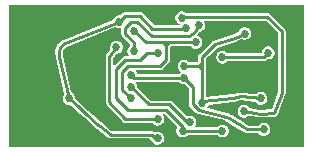
<source format=gbr>
%TF.GenerationSoftware,KiCad,Pcbnew,9.0.5*%
%TF.CreationDate,2025-10-20T11:02:32-07:00*%
%TF.ProjectId,infnoise_goldfingers,696e666e-6f69-4736-955f-676f6c646669,rev?*%
%TF.SameCoordinates,Original*%
%TF.FileFunction,Copper,L2,Bot*%
%TF.FilePolarity,Positive*%
%FSLAX46Y46*%
G04 Gerber Fmt 4.6, Leading zero omitted, Abs format (unit mm)*
G04 Created by KiCad (PCBNEW 9.0.5) date 2025-10-20 11:02:32*
%MOMM*%
%LPD*%
G01*
G04 APERTURE LIST*
%TA.AperFunction,ViaPad*%
%ADD10C,0.685800*%
%TD*%
%TA.AperFunction,Conductor*%
%ADD11C,0.254000*%
%TD*%
G04 APERTURE END LIST*
D10*
%TO.N,/B*%
X31723800Y-4144800D03*
X27848800Y-4519800D03*
%TO.N,GND*%
X28598800Y-6054600D03*
X12223800Y-8269800D03*
X10568000Y-3769800D03*
X26249200Y-11467000D03*
X33832800Y-1752600D03*
X18846800Y-10287000D03*
X30723800Y-2019800D03*
X14905600Y-4159400D03*
X27098800Y-6019800D03*
X24473800Y-7894800D03*
X10550600Y-8269800D03*
%TO.N,+3.3V*%
X24753200Y-2045200D03*
X22348800Y-11394800D03*
X14848800Y-8019800D03*
X19098800Y-1519800D03*
%TO.N,/A*%
X29723800Y-2519800D03*
X31098800Y-8019800D03*
X26149300Y-8407400D03*
X24598800Y-5269800D03*
%TO.N,/VREF*%
X20348800Y-2269800D03*
X25598800Y-3269800D03*
X20098800Y-8019800D03*
%TO.N,/COMP1*%
X18874200Y-3693600D03*
X22348800Y-9769800D03*
%TO.N,/COMP2*%
X24598800Y-6269800D03*
X20098800Y-6019800D03*
X31348800Y-10644800D03*
%TO.N,/SW1EN*%
X25852800Y-1820600D03*
X20348800Y-4019800D03*
%TO.N,/SW2EN*%
X20098800Y-7019800D03*
X25098800Y-10019800D03*
%TO.N,Net-(AMP1-Pad1)*%
X29667200Y-9093200D03*
X24409400Y-1193800D03*
%TO.N,Net-(AMP1A--)*%
X27848800Y-10769800D03*
X22348800Y-4144800D03*
X24473800Y-10769800D03*
%TD*%
D11*
%TO.N,/B*%
X27848800Y-4519800D02*
X31348800Y-4519800D01*
X31348800Y-4519800D02*
X31723800Y-4144800D01*
%TO.N,+3.3V*%
X14122400Y-3657600D02*
X13970000Y-4064000D01*
X18313400Y-11049000D02*
X18415000Y-11074400D01*
X16281400Y-9321800D02*
X15585400Y-8695000D01*
X24753200Y-2045200D02*
X24604800Y-2142800D01*
X22123400Y-11379200D02*
X21894800Y-11150600D01*
X21921000Y-2117400D02*
X20848800Y-1019800D01*
X21793200Y-11074400D02*
X21894800Y-11150600D01*
X14478000Y-3352800D02*
X14122400Y-3657600D01*
X17449800Y-10337800D02*
X17348200Y-10261600D01*
X21793200Y-11074400D02*
X18415000Y-11074400D01*
X15585400Y-8695000D02*
X14848800Y-8019800D01*
X24604800Y-2142800D02*
X21921000Y-2117400D01*
X22326600Y-11379200D02*
X22348800Y-11394800D01*
X22326600Y-11379200D02*
X22123400Y-11379200D01*
X13970000Y-4064000D02*
X14046200Y-4470400D01*
X19598800Y-1019800D02*
X19098800Y-1519800D01*
X20848800Y-1019800D02*
X19598800Y-1019800D01*
X17348200Y-10261600D02*
X16281400Y-9321800D01*
X17449800Y-10337800D02*
X18313400Y-11049000D01*
X14046200Y-4470400D02*
X14848800Y-8019800D01*
X19098800Y-1519800D02*
X14478000Y-3352800D01*
%TO.N,/A*%
X28700400Y-7990400D02*
X26098800Y-8269800D01*
X26098800Y-5519800D02*
X26098800Y-8269800D01*
X26098800Y-5269800D02*
X26098800Y-5519800D01*
X27200400Y-3443600D02*
X26098800Y-4519800D01*
X26098800Y-5019800D02*
X26098800Y-5269800D01*
X25848800Y-5269800D02*
X26098800Y-5519800D01*
X25848800Y-5269800D02*
X26098800Y-5019800D01*
X26098800Y-4519800D02*
X26098800Y-5019800D01*
X24598800Y-5269800D02*
X25848800Y-5269800D01*
X31098800Y-8019800D02*
X29382200Y-7842000D01*
X28927000Y-2884800D02*
X27200400Y-3443600D01*
X29382200Y-7842000D02*
X28700400Y-7990400D01*
X29723800Y-2519800D02*
X28927000Y-2884800D01*
X25848800Y-5269800D02*
X26098800Y-5269800D01*
%TO.N,/VREF*%
X23098800Y-4769800D02*
X23098800Y-3519800D01*
X25598800Y-3269800D02*
X23348800Y-3269800D01*
X23098800Y-3519800D02*
X23098800Y-3269800D01*
X19348800Y-5769800D02*
X19848800Y-5269800D01*
X21348800Y-3269800D02*
X20348800Y-2269800D01*
X22598800Y-5269800D02*
X23098800Y-4769800D01*
X23348800Y-3269800D02*
X23098800Y-3269800D01*
X19848800Y-5269800D02*
X22598800Y-5269800D01*
X23098800Y-3269800D02*
X22848800Y-3269800D01*
X23098800Y-3519800D02*
X22848800Y-3269800D01*
X22848800Y-3269800D02*
X21348800Y-3269800D01*
X20098800Y-8019800D02*
X19348800Y-7269800D01*
X19348800Y-7269800D02*
X19348800Y-5769800D01*
X23098800Y-3519800D02*
X23348800Y-3269800D01*
%TO.N,/COMP1*%
X22348800Y-9769800D02*
X19598800Y-9769800D01*
X18276600Y-8295200D02*
X18276600Y-4545200D01*
X19598800Y-9769800D02*
X18276600Y-8295200D01*
X18276600Y-4545200D02*
X18874200Y-3693600D01*
%TO.N,/COMP2*%
X25348800Y-7019800D02*
X25348800Y-8519800D01*
X24598800Y-6269800D02*
X25348800Y-7019800D01*
X20348800Y-6269800D02*
X24598800Y-6269800D01*
X31343600Y-10642600D02*
X31348800Y-10644800D01*
X20098800Y-6019800D02*
X20348800Y-6269800D01*
X25348800Y-8519800D02*
X25848800Y-9019800D01*
X29921200Y-10642600D02*
X31343600Y-10642600D01*
X28422600Y-9702800D02*
X28167000Y-9553200D01*
X25848800Y-9019800D02*
X28167000Y-9553200D01*
X28422600Y-9702800D02*
X29921200Y-10642600D01*
%TO.N,/SW1EN*%
X24971800Y-2769800D02*
X25497200Y-2422200D01*
X25497200Y-2422200D02*
X25852800Y-1820600D01*
X20598800Y-1519800D02*
X20098800Y-1519800D01*
X20098800Y-1519800D02*
X19598800Y-2019800D01*
X21848800Y-2769800D02*
X20598800Y-1519800D01*
X24971800Y-2769800D02*
X21848800Y-2769800D01*
X20348800Y-3269800D02*
X20348800Y-4019800D01*
X19598800Y-2519800D02*
X20348800Y-3269800D01*
X19598800Y-2019800D02*
X19598800Y-2519800D01*
%TO.N,/SW2EN*%
X23348800Y-8519800D02*
X21598800Y-8519800D01*
X25098800Y-10019800D02*
X24848800Y-10019800D01*
X21598800Y-8519800D02*
X20098800Y-7019800D01*
X24848800Y-10019800D02*
X23348800Y-8519800D01*
%TO.N,Net-(AMP1-Pad1)*%
X32867600Y-7543800D02*
X32232600Y-9245600D01*
X24409400Y-1092200D02*
X24409400Y-1193800D01*
X30988000Y-9296400D02*
X29667200Y-9093200D01*
X31648400Y-1092200D02*
X32867600Y-2311400D01*
X32232600Y-9245600D02*
X30988000Y-9296400D01*
X31648400Y-1092200D02*
X24409400Y-1092200D01*
X32867600Y-2311400D02*
X32867600Y-7543800D01*
%TO.N,Net-(AMP1A--)*%
X18848800Y-8019800D02*
X19848800Y-9019800D01*
X20848800Y-4769800D02*
X19598800Y-4769800D01*
X21473800Y-4144800D02*
X22348800Y-4144800D01*
X19848800Y-9019800D02*
X23098800Y-9019800D01*
X21473800Y-4144800D02*
X20848800Y-4769800D01*
X18848800Y-5519800D02*
X18848800Y-8019800D01*
X19598800Y-4769800D02*
X18848800Y-5519800D01*
X23098800Y-9019800D02*
X24473800Y-10394800D01*
X24473800Y-10394800D02*
X24473800Y-10769800D01*
X27848800Y-10769800D02*
X24473800Y-10769800D01*
%TD*%
%TA.AperFunction,Conductor*%
%TO.N,GND*%
G36*
X34754994Y-93806D02*
G01*
X34773300Y-138000D01*
X34773300Y-12054000D01*
X34754994Y-12098194D01*
X34710800Y-12116500D01*
X9833500Y-12116500D01*
X9789306Y-12098194D01*
X9771000Y-12054000D01*
X9771000Y-4075213D01*
X13639864Y-4075213D01*
X13639977Y-4078558D01*
X13640163Y-4081977D01*
X13647375Y-4120441D01*
X13647496Y-4121088D01*
X13654013Y-4160269D01*
X13655425Y-4163377D01*
X13656807Y-4170747D01*
X13716197Y-4487495D01*
X13716856Y-4496498D01*
X13716880Y-4496496D01*
X13717254Y-4500576D01*
X13721164Y-4517866D01*
X13725427Y-4536720D01*
X13732255Y-4573132D01*
X13734915Y-4578680D01*
X13736471Y-4585558D01*
X14425745Y-7633794D01*
X14417637Y-7680938D01*
X14414382Y-7685610D01*
X14413973Y-7686143D01*
X14342434Y-7810049D01*
X14342430Y-7810058D01*
X14305401Y-7948253D01*
X14305400Y-7948261D01*
X14305400Y-8091338D01*
X14305401Y-8091346D01*
X14342430Y-8229541D01*
X14342434Y-8229550D01*
X14413969Y-8353451D01*
X14413976Y-8353460D01*
X14515139Y-8454623D01*
X14515148Y-8454630D01*
X14639049Y-8526165D01*
X14639052Y-8526166D01*
X14639055Y-8526168D01*
X14639056Y-8526168D01*
X14639058Y-8526169D01*
X14723634Y-8548831D01*
X14777260Y-8563200D01*
X14777261Y-8563200D01*
X14920334Y-8563200D01*
X14920340Y-8563200D01*
X14920345Y-8563198D01*
X14923438Y-8562791D01*
X14969645Y-8575168D01*
X14973834Y-8578683D01*
X15047501Y-8646209D01*
X15333399Y-8908276D01*
X15334198Y-8909506D01*
X15365178Y-8937406D01*
X15365331Y-8937546D01*
X15396416Y-8966040D01*
X15401187Y-8969834D01*
X15771069Y-9302941D01*
X16027288Y-9533686D01*
X16031550Y-9537524D01*
X16032560Y-9539042D01*
X16063587Y-9566376D01*
X16094276Y-9594013D01*
X16094279Y-9594014D01*
X16094297Y-9594027D01*
X16100207Y-9598636D01*
X17049660Y-10435058D01*
X17109149Y-10487465D01*
X17117207Y-10497730D01*
X17141389Y-10515866D01*
X17143228Y-10517486D01*
X17143229Y-10517487D01*
X17164065Y-10535843D01*
X17170610Y-10539089D01*
X17180341Y-10545081D01*
X17246201Y-10594476D01*
X17248428Y-10596226D01*
X18095136Y-11293514D01*
X18116747Y-11314410D01*
X18128290Y-11320818D01*
X18132690Y-11324442D01*
X18132694Y-11324445D01*
X18138488Y-11329216D01*
X18163582Y-11340637D01*
X18168014Y-11342871D01*
X18192141Y-11356265D01*
X18192143Y-11356266D01*
X18198121Y-11357759D01*
X18204958Y-11359469D01*
X18216974Y-11364938D01*
X18246618Y-11369884D01*
X18332509Y-11391356D01*
X18333307Y-11391563D01*
X18371884Y-11401900D01*
X18371886Y-11401900D01*
X18374239Y-11402210D01*
X18374941Y-11402302D01*
X18375025Y-11402307D01*
X18377398Y-11402579D01*
X18417210Y-11401908D01*
X18418262Y-11401900D01*
X21657057Y-11401900D01*
X21701251Y-11420206D01*
X21814793Y-11533748D01*
X21830969Y-11561766D01*
X21842431Y-11604544D01*
X21842434Y-11604550D01*
X21913969Y-11728451D01*
X21913976Y-11728460D01*
X22015139Y-11829623D01*
X22015148Y-11829630D01*
X22139049Y-11901165D01*
X22139052Y-11901166D01*
X22139055Y-11901168D01*
X22139056Y-11901168D01*
X22139058Y-11901169D01*
X22223634Y-11923831D01*
X22277260Y-11938200D01*
X22277261Y-11938200D01*
X22420339Y-11938200D01*
X22420340Y-11938200D01*
X22558545Y-11901168D01*
X22682455Y-11829628D01*
X22783628Y-11728455D01*
X22855168Y-11604545D01*
X22892200Y-11466340D01*
X22892200Y-11323260D01*
X22855168Y-11185055D01*
X22835603Y-11151168D01*
X22783630Y-11061148D01*
X22783623Y-11061139D01*
X22682460Y-10959976D01*
X22682451Y-10959969D01*
X22558550Y-10888434D01*
X22558541Y-10888430D01*
X22420346Y-10851401D01*
X22420341Y-10851400D01*
X22420340Y-10851400D01*
X22277260Y-10851400D01*
X22277259Y-10851400D01*
X22277253Y-10851401D01*
X22135098Y-10889492D01*
X22135054Y-10889330D01*
X22134547Y-10889720D01*
X22114561Y-10887087D01*
X22094405Y-10887069D01*
X22087121Y-10883472D01*
X22078819Y-10878678D01*
X22072573Y-10874554D01*
X22011871Y-10829028D01*
X22005182Y-10823227D01*
X21994290Y-10812335D01*
X21994289Y-10812334D01*
X21994288Y-10812333D01*
X21977224Y-10802481D01*
X21970978Y-10798357D01*
X21955209Y-10786531D01*
X21955204Y-10786528D01*
X21940906Y-10780789D01*
X21940906Y-10780788D01*
X21936780Y-10779132D01*
X21919610Y-10769219D01*
X21896965Y-10763151D01*
X21893479Y-10761752D01*
X21893474Y-10761751D01*
X21875182Y-10754409D01*
X21859890Y-10752566D01*
X21851194Y-10750886D01*
X21836318Y-10746900D01*
X21836316Y-10746900D01*
X21812857Y-10746900D01*
X21789567Y-10744094D01*
X21769925Y-10746900D01*
X18484163Y-10746900D01*
X18444431Y-10732646D01*
X17978028Y-10348550D01*
X17690687Y-10111916D01*
X17681256Y-10102260D01*
X17680793Y-10101670D01*
X17680790Y-10101668D01*
X17680789Y-10101666D01*
X17653390Y-10081117D01*
X17651193Y-10079391D01*
X17624712Y-10057584D01*
X17624710Y-10057583D01*
X17624709Y-10057582D01*
X17624014Y-10057266D01*
X17612413Y-10050384D01*
X17556978Y-10008808D01*
X17553164Y-10005705D01*
X16906636Y-9436145D01*
X16499461Y-9077442D01*
X16499059Y-9077085D01*
X15805777Y-8452733D01*
X15805424Y-8452412D01*
X15412468Y-8092211D01*
X15392259Y-8048854D01*
X15392200Y-8046138D01*
X15392200Y-7948261D01*
X15392198Y-7948253D01*
X15355169Y-7810058D01*
X15355165Y-7810049D01*
X15283630Y-7686148D01*
X15283623Y-7686139D01*
X15182460Y-7584976D01*
X15182451Y-7584969D01*
X15095477Y-7534754D01*
X15066357Y-7496804D01*
X15065766Y-7494413D01*
X15061016Y-7473408D01*
X14367224Y-4405199D01*
X14366757Y-4402938D01*
X14357684Y-4354550D01*
X14311941Y-4110582D01*
X14314850Y-4077120D01*
X14316297Y-4073261D01*
X14393835Y-3866491D01*
X14411677Y-3840989D01*
X14641679Y-3643844D01*
X14659303Y-3633205D01*
X18788218Y-1995328D01*
X18836048Y-1996048D01*
X18842515Y-1999298D01*
X18889052Y-2026167D01*
X18889055Y-2026168D01*
X19027260Y-2063200D01*
X19027261Y-2063200D01*
X19170340Y-2063200D01*
X19192622Y-2057229D01*
X19240048Y-2063471D01*
X19269170Y-2101421D01*
X19271300Y-2117599D01*
X19271300Y-2562921D01*
X19293618Y-2646207D01*
X19293618Y-2646209D01*
X19306427Y-2668395D01*
X19336735Y-2720890D01*
X19336739Y-2720894D01*
X20002994Y-3387149D01*
X20021300Y-3431343D01*
X20021300Y-3552928D01*
X20002994Y-3597122D01*
X19913976Y-3686139D01*
X19913969Y-3686148D01*
X19842434Y-3810049D01*
X19842430Y-3810058D01*
X19805401Y-3948253D01*
X19805400Y-3948261D01*
X19805400Y-4091338D01*
X19805401Y-4091346D01*
X19842430Y-4229541D01*
X19842434Y-4229550D01*
X19911140Y-4348550D01*
X19917384Y-4395976D01*
X19888264Y-4433926D01*
X19857014Y-4442300D01*
X19555678Y-4442300D01*
X19472392Y-4464618D01*
X19472390Y-4464618D01*
X19427072Y-4490783D01*
X19397710Y-4507735D01*
X19397709Y-4507736D01*
X19397705Y-4507739D01*
X18710794Y-5194651D01*
X18666600Y-5212957D01*
X18622406Y-5194651D01*
X18604100Y-5150457D01*
X18604100Y-4668386D01*
X18615440Y-4632485D01*
X18644313Y-4591340D01*
X18874301Y-4263598D01*
X18914671Y-4237938D01*
X18925461Y-4237000D01*
X18945739Y-4237000D01*
X18945740Y-4237000D01*
X19083945Y-4199968D01*
X19207855Y-4128428D01*
X19309028Y-4027255D01*
X19380568Y-3903345D01*
X19417600Y-3765140D01*
X19417600Y-3622060D01*
X19393431Y-3531860D01*
X19380569Y-3483858D01*
X19380565Y-3483849D01*
X19309030Y-3359948D01*
X19309023Y-3359939D01*
X19207860Y-3258776D01*
X19207851Y-3258769D01*
X19083950Y-3187234D01*
X19083941Y-3187230D01*
X18945746Y-3150201D01*
X18945741Y-3150200D01*
X18945740Y-3150200D01*
X18802660Y-3150200D01*
X18802659Y-3150200D01*
X18802653Y-3150201D01*
X18664458Y-3187230D01*
X18664449Y-3187234D01*
X18540548Y-3258769D01*
X18540539Y-3258776D01*
X18439376Y-3359939D01*
X18439369Y-3359948D01*
X18367834Y-3483849D01*
X18367830Y-3483858D01*
X18330801Y-3622053D01*
X18330800Y-3622061D01*
X18330800Y-3765138D01*
X18330801Y-3765146D01*
X18348973Y-3832967D01*
X18342729Y-3880393D01*
X18339763Y-3885044D01*
X18028003Y-4329313D01*
X18024878Y-4333765D01*
X18014535Y-4344110D01*
X18000213Y-4368913D01*
X17998619Y-4371186D01*
X17983757Y-4392365D01*
X17983754Y-4392371D01*
X17980596Y-4401019D01*
X17976019Y-4410820D01*
X17971418Y-4418790D01*
X17964716Y-4443795D01*
X17964717Y-4443796D01*
X17964001Y-4446467D01*
X17954178Y-4473373D01*
X17952887Y-4487948D01*
X17951481Y-4493197D01*
X17951480Y-4493198D01*
X17949100Y-4502083D01*
X17949100Y-4527969D01*
X17948857Y-4533480D01*
X17946574Y-4559271D01*
X17948161Y-4568323D01*
X17949100Y-4579116D01*
X17949100Y-8286281D01*
X17947239Y-8320433D01*
X17949100Y-8329278D01*
X17949100Y-8338314D01*
X17949101Y-8338322D01*
X17957508Y-8369698D01*
X17958299Y-8373005D01*
X17964993Y-8404818D01*
X17969079Y-8412880D01*
X17971419Y-8421610D01*
X17988506Y-8451207D01*
X17989280Y-8452733D01*
X17989281Y-8452734D01*
X18003981Y-8481732D01*
X18003983Y-8481734D01*
X18005671Y-8483617D01*
X18010016Y-8488462D01*
X18014535Y-8496290D01*
X18038719Y-8520474D01*
X18039856Y-8521742D01*
X18049500Y-8532498D01*
X19318937Y-9948253D01*
X19327871Y-9958216D01*
X19335464Y-9968688D01*
X19336735Y-9970890D01*
X19360922Y-9995077D01*
X19383749Y-10020535D01*
X19391317Y-10025472D01*
X19395914Y-10030069D01*
X19395914Y-10030070D01*
X19397704Y-10031860D01*
X19397713Y-10031867D01*
X19425858Y-10048117D01*
X19425859Y-10048117D01*
X19427330Y-10048966D01*
X19455972Y-10067651D01*
X19464562Y-10070461D01*
X19470194Y-10073713D01*
X19470195Y-10073714D01*
X19470198Y-10073715D01*
X19472390Y-10074981D01*
X19503809Y-10083399D01*
X19507000Y-10084348D01*
X19537929Y-10094469D01*
X19540458Y-10094606D01*
X19540461Y-10094607D01*
X19546957Y-10094961D01*
X19555684Y-10097300D01*
X19589881Y-10097300D01*
X19591588Y-10097393D01*
X19624032Y-10099161D01*
X19624032Y-10099160D01*
X19624033Y-10099161D01*
X19625981Y-10098750D01*
X19626515Y-10098639D01*
X19639381Y-10097300D01*
X21881929Y-10097300D01*
X21926123Y-10115606D01*
X22015139Y-10204623D01*
X22015148Y-10204630D01*
X22139049Y-10276165D01*
X22139052Y-10276166D01*
X22139055Y-10276168D01*
X22139056Y-10276168D01*
X22139058Y-10276169D01*
X22216032Y-10296794D01*
X22277260Y-10313200D01*
X22277261Y-10313200D01*
X22420339Y-10313200D01*
X22420340Y-10313200D01*
X22558545Y-10276168D01*
X22682455Y-10204628D01*
X22783628Y-10103455D01*
X22855168Y-9979545D01*
X22892200Y-9841340D01*
X22892200Y-9698260D01*
X22870799Y-9618390D01*
X22855169Y-9560058D01*
X22855165Y-9560049D01*
X22786460Y-9441050D01*
X22784330Y-9424875D01*
X22778086Y-9409800D01*
X22781318Y-9401996D01*
X22780216Y-9393624D01*
X22790147Y-9380680D01*
X22796392Y-9365606D01*
X22804195Y-9362373D01*
X22809336Y-9355674D01*
X22840586Y-9347300D01*
X22937257Y-9347300D01*
X22981451Y-9365606D01*
X24009825Y-10393980D01*
X24028131Y-10438174D01*
X24019758Y-10469424D01*
X23967431Y-10560055D01*
X23967430Y-10560058D01*
X23930401Y-10698253D01*
X23930400Y-10698261D01*
X23930400Y-10841338D01*
X23930401Y-10841346D01*
X23967430Y-10979541D01*
X23967434Y-10979550D01*
X24038969Y-11103451D01*
X24038976Y-11103460D01*
X24140139Y-11204623D01*
X24140148Y-11204630D01*
X24264049Y-11276165D01*
X24264052Y-11276166D01*
X24264055Y-11276168D01*
X24264056Y-11276168D01*
X24264058Y-11276169D01*
X24322894Y-11291934D01*
X24402260Y-11313200D01*
X24402261Y-11313200D01*
X24545339Y-11313200D01*
X24545340Y-11313200D01*
X24683545Y-11276168D01*
X24807455Y-11204628D01*
X24896477Y-11115606D01*
X24940671Y-11097300D01*
X27381929Y-11097300D01*
X27426123Y-11115606D01*
X27515139Y-11204623D01*
X27515148Y-11204630D01*
X27639049Y-11276165D01*
X27639052Y-11276166D01*
X27639055Y-11276168D01*
X27639056Y-11276168D01*
X27639058Y-11276169D01*
X27697894Y-11291934D01*
X27777260Y-11313200D01*
X27777261Y-11313200D01*
X27920339Y-11313200D01*
X27920340Y-11313200D01*
X28058545Y-11276168D01*
X28182455Y-11204628D01*
X28283628Y-11103455D01*
X28355168Y-10979545D01*
X28392200Y-10841340D01*
X28392200Y-10698260D01*
X28358706Y-10573260D01*
X28355169Y-10560058D01*
X28355165Y-10560049D01*
X28283630Y-10436148D01*
X28283623Y-10436139D01*
X28182460Y-10334976D01*
X28182451Y-10334969D01*
X28058550Y-10263434D01*
X28058541Y-10263430D01*
X27920346Y-10226401D01*
X27920341Y-10226400D01*
X27920340Y-10226400D01*
X27777260Y-10226400D01*
X27777259Y-10226400D01*
X27777253Y-10226401D01*
X27639058Y-10263430D01*
X27639049Y-10263434D01*
X27515148Y-10334969D01*
X27515139Y-10334976D01*
X27426123Y-10423994D01*
X27381929Y-10442300D01*
X25590586Y-10442300D01*
X25546392Y-10423994D01*
X25528086Y-10379800D01*
X25536460Y-10348550D01*
X25605165Y-10229550D01*
X25605164Y-10229550D01*
X25605168Y-10229545D01*
X25642200Y-10091340D01*
X25642200Y-9948260D01*
X25627831Y-9894634D01*
X25605169Y-9810058D01*
X25605165Y-9810049D01*
X25533630Y-9686148D01*
X25533623Y-9686139D01*
X25432460Y-9584976D01*
X25432451Y-9584969D01*
X25308550Y-9513434D01*
X25308541Y-9513430D01*
X25170346Y-9476401D01*
X25170341Y-9476400D01*
X25170340Y-9476400D01*
X25027260Y-9476400D01*
X25027259Y-9476400D01*
X25027253Y-9476401D01*
X24889058Y-9513430D01*
X24889051Y-9513433D01*
X24877666Y-9520006D01*
X24830239Y-9526246D01*
X24802226Y-9510071D01*
X23549894Y-8257739D01*
X23549890Y-8257735D01*
X23475210Y-8214619D01*
X23475209Y-8214618D01*
X23475208Y-8214618D01*
X23391921Y-8192300D01*
X23391916Y-8192300D01*
X21760343Y-8192300D01*
X21716149Y-8173994D01*
X20660506Y-7118351D01*
X20642200Y-7074157D01*
X20642200Y-6948261D01*
X20642198Y-6948253D01*
X20605169Y-6810058D01*
X20605165Y-6810049D01*
X20536460Y-6691050D01*
X20530216Y-6643624D01*
X20559336Y-6605674D01*
X20590586Y-6597300D01*
X24131929Y-6597300D01*
X24176123Y-6615606D01*
X24265139Y-6704623D01*
X24265148Y-6704630D01*
X24389049Y-6776165D01*
X24389052Y-6776166D01*
X24389055Y-6776168D01*
X24389056Y-6776168D01*
X24389058Y-6776169D01*
X24473634Y-6798831D01*
X24527260Y-6813200D01*
X24527261Y-6813200D01*
X24653157Y-6813200D01*
X24697351Y-6831506D01*
X25002994Y-7137149D01*
X25021300Y-7181343D01*
X25021300Y-8562921D01*
X25043618Y-8646207D01*
X25043618Y-8646209D01*
X25050643Y-8658376D01*
X25086735Y-8720890D01*
X25590923Y-9225078D01*
X25594067Y-9230101D01*
X25621346Y-9255501D01*
X25622136Y-9256291D01*
X25647705Y-9281861D01*
X25647711Y-9281866D01*
X25651643Y-9284136D01*
X25652842Y-9284828D01*
X25657177Y-9288864D01*
X25690097Y-9306336D01*
X25722390Y-9324981D01*
X25728113Y-9326514D01*
X25733346Y-9329292D01*
X25769669Y-9337649D01*
X25805684Y-9347300D01*
X25805691Y-9347300D01*
X25809749Y-9347835D01*
X25809741Y-9347893D01*
X25818528Y-9348891D01*
X28035465Y-9858991D01*
X28053018Y-9865958D01*
X28252039Y-9982443D01*
X28253629Y-9983407D01*
X29194207Y-10573261D01*
X29694603Y-10887069D01*
X29715818Y-10900373D01*
X29720110Y-10904665D01*
X29752260Y-10923226D01*
X29783730Y-10942962D01*
X29783732Y-10942962D01*
X29783733Y-10942963D01*
X29789535Y-10944747D01*
X29794790Y-10947781D01*
X29830654Y-10957390D01*
X29866154Y-10968307D01*
X29866156Y-10968307D01*
X29870190Y-10968989D01*
X29870183Y-10969027D01*
X29874015Y-10969603D01*
X29874021Y-10969565D01*
X29878084Y-10970100D01*
X29915221Y-10970100D01*
X29952329Y-10971456D01*
X29958246Y-10970100D01*
X30879728Y-10970100D01*
X30923922Y-10988406D01*
X31015139Y-11079623D01*
X31015148Y-11079630D01*
X31139049Y-11151165D01*
X31139052Y-11151166D01*
X31139055Y-11151168D01*
X31139056Y-11151168D01*
X31139058Y-11151169D01*
X31223634Y-11173831D01*
X31277260Y-11188200D01*
X31277261Y-11188200D01*
X31420339Y-11188200D01*
X31420340Y-11188200D01*
X31558545Y-11151168D01*
X31682455Y-11079628D01*
X31783628Y-10978455D01*
X31855168Y-10854545D01*
X31892200Y-10716340D01*
X31892200Y-10573260D01*
X31855460Y-10436145D01*
X31855169Y-10435058D01*
X31855165Y-10435049D01*
X31783630Y-10311148D01*
X31783623Y-10311139D01*
X31682460Y-10209976D01*
X31682451Y-10209969D01*
X31558550Y-10138434D01*
X31558541Y-10138430D01*
X31420346Y-10101401D01*
X31420341Y-10101400D01*
X31420340Y-10101400D01*
X31277260Y-10101400D01*
X31277259Y-10101400D01*
X31277253Y-10101401D01*
X31139058Y-10138430D01*
X31139049Y-10138434D01*
X31015148Y-10209969D01*
X31015139Y-10209976D01*
X30928322Y-10296794D01*
X30884128Y-10315100D01*
X30033371Y-10315100D01*
X30000165Y-10305549D01*
X29878977Y-10229550D01*
X29830232Y-10198980D01*
X28634965Y-9449406D01*
X28628816Y-9445550D01*
X28625241Y-9441932D01*
X28592359Y-9422686D01*
X28591541Y-9422173D01*
X28591539Y-9422171D01*
X28560070Y-9402437D01*
X28556346Y-9400733D01*
X28556423Y-9400563D01*
X28548944Y-9397276D01*
X28387782Y-9302950D01*
X28369636Y-9292329D01*
X28363674Y-9288839D01*
X28358623Y-9284136D01*
X28326588Y-9267132D01*
X28325462Y-9266473D01*
X28295222Y-9248775D01*
X28295214Y-9248772D01*
X28295206Y-9248770D01*
X28295206Y-9248769D01*
X28288551Y-9246943D01*
X28282454Y-9243708D01*
X28247084Y-9235569D01*
X28245825Y-9235224D01*
X28212065Y-9225963D01*
X28212060Y-9225962D01*
X28212059Y-9225962D01*
X28212051Y-9225961D01*
X28198418Y-9224371D01*
X26603151Y-8857312D01*
X26564187Y-8829563D01*
X26556258Y-8782389D01*
X26572973Y-8752208D01*
X26584128Y-8741055D01*
X26655668Y-8617145D01*
X26666031Y-8578464D01*
X26695151Y-8540515D01*
X26719726Y-8532498D01*
X28710176Y-8318733D01*
X28727923Y-8319577D01*
X28752856Y-8314150D01*
X28778240Y-8311424D01*
X28790317Y-8306755D01*
X28799543Y-8303987D01*
X29390840Y-8175286D01*
X29410571Y-8174190D01*
X30601878Y-8297582D01*
X30643949Y-8320342D01*
X30649560Y-8328493D01*
X30655235Y-8338322D01*
X30663971Y-8353454D01*
X30663976Y-8353460D01*
X30765139Y-8454623D01*
X30765148Y-8454630D01*
X30889049Y-8526165D01*
X30889052Y-8526166D01*
X30889055Y-8526168D01*
X30889056Y-8526168D01*
X30889058Y-8526169D01*
X30973634Y-8548831D01*
X31027260Y-8563200D01*
X31027261Y-8563200D01*
X31170339Y-8563200D01*
X31170340Y-8563200D01*
X31308545Y-8526168D01*
X31432455Y-8454628D01*
X31533628Y-8353455D01*
X31605168Y-8229545D01*
X31642200Y-8091340D01*
X31642200Y-7948260D01*
X31605168Y-7810055D01*
X31533628Y-7686145D01*
X31533626Y-7686143D01*
X31533623Y-7686139D01*
X31432460Y-7584976D01*
X31432451Y-7584969D01*
X31308550Y-7513434D01*
X31308541Y-7513430D01*
X31170346Y-7476401D01*
X31170341Y-7476400D01*
X31170340Y-7476400D01*
X31027260Y-7476400D01*
X31027259Y-7476400D01*
X31027253Y-7476401D01*
X30889058Y-7513430D01*
X30889049Y-7513434D01*
X30765148Y-7584969D01*
X30721829Y-7628286D01*
X30677634Y-7646590D01*
X30671197Y-7646257D01*
X29456051Y-7520396D01*
X29449620Y-7519729D01*
X29440812Y-7516916D01*
X29406896Y-7515303D01*
X29405172Y-7515125D01*
X29405148Y-7515124D01*
X29387162Y-7513262D01*
X29373054Y-7511801D01*
X29373052Y-7511801D01*
X29373050Y-7511801D01*
X29370293Y-7512242D01*
X29363914Y-7513261D01*
X29354677Y-7512823D01*
X29321482Y-7520047D01*
X29319738Y-7520326D01*
X29319734Y-7520327D01*
X29304006Y-7522843D01*
X29287902Y-7525419D01*
X29285345Y-7526562D01*
X29273140Y-7530569D01*
X28651215Y-7665936D01*
X28644597Y-7667009D01*
X26495474Y-7897815D01*
X26449578Y-7884333D01*
X26426657Y-7842346D01*
X26426300Y-7835672D01*
X26426300Y-4684014D01*
X26444606Y-4639820D01*
X26445124Y-4639307D01*
X26640679Y-4448261D01*
X27305400Y-4448261D01*
X27305400Y-4591338D01*
X27305401Y-4591346D01*
X27342430Y-4729541D01*
X27342434Y-4729550D01*
X27413969Y-4853451D01*
X27413976Y-4853460D01*
X27515139Y-4954623D01*
X27515148Y-4954630D01*
X27639049Y-5026165D01*
X27639052Y-5026166D01*
X27639055Y-5026168D01*
X27639056Y-5026168D01*
X27639058Y-5026169D01*
X27723634Y-5048831D01*
X27777260Y-5063200D01*
X27777261Y-5063200D01*
X27920339Y-5063200D01*
X27920340Y-5063200D01*
X28058545Y-5026168D01*
X28182455Y-4954628D01*
X28271477Y-4865606D01*
X28315671Y-4847300D01*
X31391916Y-4847300D01*
X31391921Y-4847299D01*
X31416665Y-4840668D01*
X31475210Y-4824981D01*
X31549890Y-4781865D01*
X31625249Y-4706505D01*
X31669441Y-4688200D01*
X31795339Y-4688200D01*
X31795340Y-4688200D01*
X31933545Y-4651168D01*
X32057455Y-4579628D01*
X32158628Y-4478455D01*
X32230168Y-4354545D01*
X32267200Y-4216340D01*
X32267200Y-4073260D01*
X32251169Y-4013430D01*
X32230169Y-3935058D01*
X32230165Y-3935049D01*
X32158630Y-3811148D01*
X32158623Y-3811139D01*
X32057460Y-3709976D01*
X32057451Y-3709969D01*
X31933550Y-3638434D01*
X31933541Y-3638430D01*
X31795346Y-3601401D01*
X31795341Y-3601400D01*
X31795340Y-3601400D01*
X31652260Y-3601400D01*
X31652259Y-3601400D01*
X31652253Y-3601401D01*
X31514058Y-3638430D01*
X31514049Y-3638434D01*
X31390148Y-3709969D01*
X31390139Y-3709976D01*
X31288976Y-3811139D01*
X31288969Y-3811148D01*
X31217434Y-3935049D01*
X31217430Y-3935058D01*
X31180401Y-4073253D01*
X31180400Y-4073261D01*
X31180400Y-4129800D01*
X31162094Y-4173994D01*
X31117900Y-4192300D01*
X28315671Y-4192300D01*
X28271477Y-4173994D01*
X28182460Y-4084976D01*
X28182451Y-4084969D01*
X28058550Y-4013434D01*
X28058541Y-4013430D01*
X27920346Y-3976401D01*
X27920341Y-3976400D01*
X27920340Y-3976400D01*
X27777260Y-3976400D01*
X27777259Y-3976400D01*
X27777253Y-3976401D01*
X27639058Y-4013430D01*
X27639049Y-4013434D01*
X27515148Y-4084969D01*
X27515139Y-4084976D01*
X27413976Y-4186139D01*
X27413969Y-4186148D01*
X27342434Y-4310049D01*
X27342430Y-4310058D01*
X27305401Y-4448253D01*
X27305400Y-4448261D01*
X26640679Y-4448261D01*
X26690635Y-4399457D01*
X27123676Y-3976400D01*
X27363834Y-3741778D01*
X27388264Y-3727023D01*
X29005179Y-3203723D01*
X29024194Y-3200503D01*
X29046017Y-3190506D01*
X29068864Y-3183112D01*
X29081240Y-3175094D01*
X29089181Y-3170732D01*
X29436373Y-3011690D01*
X29484174Y-3009928D01*
X29493652Y-3014388D01*
X29514051Y-3026166D01*
X29514055Y-3026168D01*
X29652260Y-3063200D01*
X29652261Y-3063200D01*
X29795339Y-3063200D01*
X29795340Y-3063200D01*
X29933545Y-3026168D01*
X30057455Y-2954628D01*
X30158628Y-2853455D01*
X30230168Y-2729545D01*
X30267200Y-2591340D01*
X30267200Y-2448260D01*
X30230168Y-2310055D01*
X30210711Y-2276355D01*
X30158630Y-2186148D01*
X30158623Y-2186139D01*
X30057460Y-2084976D01*
X30057451Y-2084969D01*
X29933550Y-2013434D01*
X29933541Y-2013430D01*
X29795346Y-1976401D01*
X29795341Y-1976400D01*
X29795340Y-1976400D01*
X29652260Y-1976400D01*
X29652259Y-1976400D01*
X29652253Y-1976401D01*
X29514058Y-2013430D01*
X29514049Y-2013434D01*
X29390148Y-2084969D01*
X29390139Y-2084976D01*
X29288976Y-2186139D01*
X29288969Y-2186148D01*
X29217434Y-2310049D01*
X29217432Y-2310054D01*
X29200154Y-2374532D01*
X29171033Y-2412482D01*
X29165813Y-2415177D01*
X28811289Y-2577578D01*
X28804505Y-2580219D01*
X27111222Y-3128236D01*
X27111220Y-3128236D01*
X27109341Y-3128845D01*
X27077558Y-3136966D01*
X27068469Y-3142071D01*
X27062532Y-3143993D01*
X27058539Y-3145285D01*
X27058532Y-3145288D01*
X27032637Y-3162062D01*
X27030970Y-3163141D01*
X27002380Y-3179207D01*
X26994919Y-3186495D01*
X26989689Y-3189883D01*
X26989686Y-3189886D01*
X26986165Y-3192167D01*
X26986161Y-3192170D01*
X26965498Y-3215064D01*
X26962778Y-3217894D01*
X25903578Y-4252672D01*
X25903577Y-4252671D01*
X25899383Y-4256767D01*
X25897710Y-4257735D01*
X25868634Y-4286809D01*
X25868330Y-4287107D01*
X25839091Y-4315674D01*
X25838881Y-4315942D01*
X25838697Y-4316149D01*
X25838093Y-4316938D01*
X25836932Y-4318451D01*
X25836930Y-4318451D01*
X25836743Y-4318696D01*
X25816306Y-4354092D01*
X25815940Y-4354717D01*
X25795114Y-4389839D01*
X25795113Y-4389840D01*
X25795111Y-4389845D01*
X25794983Y-4390144D01*
X25794981Y-4390149D01*
X25794275Y-4391795D01*
X25794227Y-4391912D01*
X25793834Y-4392829D01*
X25793747Y-4393080D01*
X25793618Y-4393389D01*
X25783059Y-4432796D01*
X25782867Y-4433497D01*
X25771825Y-4472867D01*
X25771779Y-4473189D01*
X25771501Y-4475121D01*
X25771363Y-4476081D01*
X25771343Y-4476355D01*
X25771300Y-4476682D01*
X25771300Y-4517479D01*
X25771296Y-4518208D01*
X25770818Y-4559093D01*
X25770855Y-4559395D01*
X25771300Y-4566838D01*
X25771300Y-4858257D01*
X25752994Y-4902451D01*
X25731451Y-4923994D01*
X25687257Y-4942300D01*
X25065671Y-4942300D01*
X25021477Y-4923994D01*
X24932460Y-4834976D01*
X24932451Y-4834969D01*
X24808550Y-4763434D01*
X24808541Y-4763430D01*
X24670346Y-4726401D01*
X24670341Y-4726400D01*
X24670340Y-4726400D01*
X24527260Y-4726400D01*
X24527259Y-4726400D01*
X24527253Y-4726401D01*
X24389058Y-4763430D01*
X24389049Y-4763434D01*
X24265148Y-4834969D01*
X24265139Y-4834976D01*
X24163976Y-4936139D01*
X24163969Y-4936148D01*
X24092434Y-5060049D01*
X24092430Y-5060058D01*
X24055401Y-5198253D01*
X24055400Y-5198261D01*
X24055400Y-5341338D01*
X24055401Y-5341346D01*
X24092430Y-5479541D01*
X24092434Y-5479550D01*
X24163969Y-5603451D01*
X24163976Y-5603460D01*
X24265139Y-5704623D01*
X24265148Y-5704630D01*
X24284276Y-5715674D01*
X24313397Y-5753624D01*
X24307152Y-5801050D01*
X24284276Y-5823926D01*
X24265148Y-5834969D01*
X24265139Y-5834976D01*
X24176123Y-5923994D01*
X24131929Y-5942300D01*
X20688561Y-5942300D01*
X20644367Y-5923994D01*
X20628191Y-5895976D01*
X20605169Y-5810058D01*
X20605165Y-5810049D01*
X20536460Y-5691050D01*
X20530216Y-5643624D01*
X20559336Y-5605674D01*
X20590586Y-5597300D01*
X22641916Y-5597300D01*
X22641921Y-5597299D01*
X22666665Y-5590668D01*
X22725210Y-5574981D01*
X22799890Y-5531865D01*
X23360865Y-4970890D01*
X23403981Y-4896210D01*
X23426300Y-4812916D01*
X23426300Y-4726684D01*
X23426300Y-3681343D01*
X23444606Y-3637149D01*
X23466149Y-3615606D01*
X23510343Y-3597300D01*
X25131929Y-3597300D01*
X25176123Y-3615606D01*
X25265139Y-3704623D01*
X25265148Y-3704630D01*
X25389049Y-3776165D01*
X25389052Y-3776166D01*
X25389055Y-3776168D01*
X25389056Y-3776168D01*
X25389058Y-3776169D01*
X25473582Y-3798817D01*
X25527260Y-3813200D01*
X25527261Y-3813200D01*
X25670339Y-3813200D01*
X25670340Y-3813200D01*
X25808545Y-3776168D01*
X25932455Y-3704628D01*
X26033628Y-3603455D01*
X26105168Y-3479545D01*
X26142200Y-3341340D01*
X26142200Y-3198260D01*
X26123437Y-3128236D01*
X26105169Y-3060058D01*
X26105165Y-3060049D01*
X26033630Y-2936148D01*
X26033623Y-2936139D01*
X25932460Y-2834976D01*
X25932451Y-2834969D01*
X25808550Y-2763434D01*
X25808542Y-2763431D01*
X25763851Y-2751456D01*
X25750906Y-2741523D01*
X25735834Y-2735280D01*
X25732602Y-2727478D01*
X25725901Y-2722336D01*
X25723771Y-2706159D01*
X25717528Y-2691086D01*
X25720760Y-2683282D01*
X25719658Y-2674909D01*
X25735834Y-2646892D01*
X25735842Y-2646884D01*
X25736299Y-2646432D01*
X25745229Y-2637682D01*
X25757192Y-2625964D01*
X25763198Y-2615802D01*
X25771014Y-2606972D01*
X25785054Y-2578827D01*
X25896738Y-2389879D01*
X25934365Y-2361314D01*
X26062541Y-2326969D01*
X26062540Y-2326969D01*
X26062545Y-2326968D01*
X26186455Y-2255428D01*
X26287628Y-2154255D01*
X26359168Y-2030345D01*
X26396200Y-1892140D01*
X26396200Y-1749060D01*
X26359168Y-1610855D01*
X26358891Y-1610376D01*
X26302931Y-1513450D01*
X26296687Y-1466024D01*
X26325807Y-1428074D01*
X26357057Y-1419700D01*
X31486857Y-1419700D01*
X31531051Y-1438006D01*
X32521794Y-2428749D01*
X32540100Y-2472943D01*
X32540100Y-7473408D01*
X32536156Y-7495257D01*
X32016348Y-8888340D01*
X31983748Y-8923347D01*
X31960341Y-8928939D01*
X31012453Y-8967628D01*
X31000400Y-8966953D01*
X30175505Y-8840046D01*
X30134609Y-8815233D01*
X30130890Y-8809536D01*
X30102028Y-8759545D01*
X30102026Y-8759543D01*
X30102023Y-8759539D01*
X30000860Y-8658376D01*
X30000851Y-8658369D01*
X29876950Y-8586834D01*
X29876941Y-8586830D01*
X29738746Y-8549801D01*
X29738741Y-8549800D01*
X29738740Y-8549800D01*
X29595660Y-8549800D01*
X29595659Y-8549800D01*
X29595653Y-8549801D01*
X29457458Y-8586830D01*
X29457449Y-8586834D01*
X29333548Y-8658369D01*
X29333539Y-8658376D01*
X29232376Y-8759539D01*
X29232369Y-8759548D01*
X29160834Y-8883449D01*
X29160830Y-8883458D01*
X29123801Y-9021653D01*
X29123800Y-9021661D01*
X29123800Y-9164738D01*
X29123801Y-9164746D01*
X29160830Y-9302941D01*
X29160834Y-9302950D01*
X29232369Y-9426851D01*
X29232376Y-9426860D01*
X29333539Y-9528023D01*
X29333548Y-9528030D01*
X29457449Y-9599565D01*
X29457452Y-9599566D01*
X29457455Y-9599568D01*
X29457456Y-9599568D01*
X29457458Y-9599569D01*
X29542034Y-9622231D01*
X29595660Y-9636600D01*
X29595661Y-9636600D01*
X29738739Y-9636600D01*
X29738740Y-9636600D01*
X29876945Y-9599568D01*
X30000855Y-9528028D01*
X30023649Y-9505232D01*
X30067843Y-9486926D01*
X30077348Y-9487653D01*
X30339799Y-9528030D01*
X30927139Y-9618390D01*
X30958276Y-9625386D01*
X30969606Y-9624923D01*
X30980816Y-9626648D01*
X31010445Y-9623400D01*
X31014653Y-9623084D01*
X32223647Y-9573737D01*
X32244345Y-9575717D01*
X32266545Y-9571986D01*
X32289036Y-9571069D01*
X32304811Y-9566143D01*
X32313076Y-9564168D01*
X32329386Y-9561429D01*
X32349866Y-9552078D01*
X32371351Y-9545372D01*
X32388916Y-9534251D01*
X32407830Y-9525617D01*
X32425189Y-9511287D01*
X32444210Y-9499246D01*
X32458301Y-9483954D01*
X32474333Y-9470722D01*
X32485106Y-9455597D01*
X32490057Y-9449496D01*
X32496689Y-9442300D01*
X32502648Y-9435835D01*
X32510322Y-9421193D01*
X32514765Y-9413959D01*
X32524363Y-9400486D01*
X32532234Y-9379390D01*
X32542682Y-9359459D01*
X32547238Y-9339179D01*
X33163065Y-7688760D01*
X33167483Y-7679383D01*
X33172781Y-7670210D01*
X33179126Y-7646526D01*
X33180933Y-7640876D01*
X33189509Y-7617895D01*
X33191012Y-7602170D01*
X33195100Y-7586916D01*
X33195100Y-7559423D01*
X33197717Y-7532054D01*
X33195964Y-7521620D01*
X33195100Y-7511264D01*
X33195100Y-2268284D01*
X33195099Y-2268278D01*
X33173090Y-2186145D01*
X33172781Y-2184990D01*
X33129665Y-2110310D01*
X33068690Y-2049335D01*
X31849490Y-830135D01*
X31774810Y-787019D01*
X31774809Y-787018D01*
X31774808Y-787018D01*
X31691521Y-764700D01*
X31691516Y-764700D01*
X24769723Y-764700D01*
X24738473Y-756326D01*
X24619150Y-687434D01*
X24619141Y-687430D01*
X24480946Y-650401D01*
X24480941Y-650400D01*
X24480940Y-650400D01*
X24337860Y-650400D01*
X24337859Y-650400D01*
X24337853Y-650401D01*
X24199658Y-687430D01*
X24199649Y-687434D01*
X24075748Y-758969D01*
X24075739Y-758976D01*
X23974576Y-860139D01*
X23974569Y-860148D01*
X23903034Y-984049D01*
X23903030Y-984058D01*
X23866001Y-1122253D01*
X23866000Y-1122261D01*
X23866000Y-1265338D01*
X23866001Y-1265346D01*
X23903030Y-1403541D01*
X23903034Y-1403550D01*
X23974569Y-1527451D01*
X23974576Y-1527460D01*
X24075739Y-1628623D01*
X24075748Y-1628630D01*
X24189719Y-1694432D01*
X24218839Y-1732382D01*
X24212595Y-1779808D01*
X24174645Y-1808928D01*
X24157877Y-1811055D01*
X22086147Y-1791447D01*
X22042129Y-1772724D01*
X22042031Y-1772624D01*
X21115941Y-824596D01*
X21111838Y-820396D01*
X21110865Y-818710D01*
X21081761Y-789606D01*
X21081551Y-789391D01*
X21081521Y-789361D01*
X21052944Y-760107D01*
X21052941Y-760105D01*
X21052940Y-760104D01*
X21052687Y-759905D01*
X21052490Y-759730D01*
X21051718Y-759138D01*
X21051135Y-758685D01*
X21050373Y-758086D01*
X21050153Y-757937D01*
X21049891Y-757736D01*
X21049890Y-757735D01*
X21036882Y-750225D01*
X21014467Y-737283D01*
X21014467Y-737282D01*
X21014090Y-737064D01*
X20978774Y-716120D01*
X20976898Y-715593D01*
X20975210Y-714619D01*
X20975206Y-714618D01*
X20935759Y-704047D01*
X20935759Y-704046D01*
X20935292Y-703921D01*
X20895746Y-692827D01*
X20893802Y-692804D01*
X20891921Y-692300D01*
X20891916Y-692300D01*
X20851100Y-692300D01*
X20850369Y-692296D01*
X20809524Y-691817D01*
X20809207Y-691856D01*
X20801768Y-692300D01*
X19555678Y-692300D01*
X19472392Y-714618D01*
X19472390Y-714619D01*
X19397709Y-757735D01*
X19197350Y-958094D01*
X19153156Y-976400D01*
X19027260Y-976400D01*
X19027259Y-976400D01*
X19027253Y-976401D01*
X18889058Y-1013430D01*
X18889049Y-1013434D01*
X18765148Y-1084969D01*
X18765139Y-1084976D01*
X18663976Y-1186139D01*
X18663969Y-1186148D01*
X18592434Y-1310048D01*
X18592431Y-1310056D01*
X18583085Y-1344936D01*
X18553964Y-1382886D01*
X18545761Y-1386855D01*
X14392252Y-3034485D01*
X14392253Y-3034486D01*
X14386640Y-3036712D01*
X14375369Y-3038823D01*
X14346719Y-3052549D01*
X14344710Y-3053345D01*
X14344709Y-3053345D01*
X14317165Y-3064273D01*
X14317155Y-3064279D01*
X14312793Y-3067521D01*
X14312794Y-3067522D01*
X14307948Y-3071125D01*
X14297602Y-3076084D01*
X14273477Y-3096761D01*
X14271737Y-3098056D01*
X14247967Y-3115734D01*
X14247966Y-3115735D01*
X14244587Y-3120004D01*
X14236260Y-3128662D01*
X13912231Y-3406401D01*
X13911726Y-3406833D01*
X13881036Y-3432083D01*
X13879084Y-3434812D01*
X13876530Y-3437002D01*
X13876526Y-3437006D01*
X13854397Y-3469324D01*
X13854398Y-3469325D01*
X13853999Y-3469907D01*
X13830891Y-3502237D01*
X13829710Y-3505383D01*
X13827812Y-3508156D01*
X13814811Y-3545075D01*
X13814381Y-3546259D01*
X13679922Y-3904817D01*
X13679921Y-3904818D01*
X13677288Y-3911838D01*
X13675365Y-3914650D01*
X13662203Y-3952062D01*
X13661977Y-3952666D01*
X13661952Y-3952736D01*
X13648210Y-3989384D01*
X13647459Y-3992621D01*
X13646748Y-3996001D01*
X13643765Y-4034955D01*
X13643655Y-4036230D01*
X13639864Y-4075213D01*
X9771000Y-4075213D01*
X9771000Y-138000D01*
X9789306Y-93806D01*
X9833500Y-75500D01*
X34710800Y-75500D01*
X34754994Y-93806D01*
G37*
%TD.AperFunction*%
%TD*%
M02*

</source>
